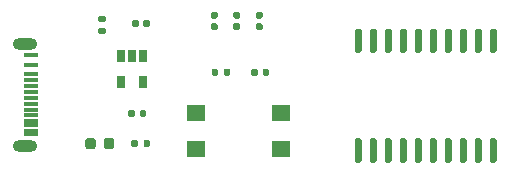
<source format=gtp>
%TF.GenerationSoftware,KiCad,Pcbnew,5.1.9+dfsg1-1*%
%TF.CreationDate,2022-01-10T13:15:26-05:00*%
%TF.ProjectId,samd10d13a,73616d64-3130-4643-9133-612e6b696361,rev?*%
%TF.SameCoordinates,Original*%
%TF.FileFunction,Paste,Top*%
%TF.FilePolarity,Positive*%
%FSLAX46Y46*%
G04 Gerber Fmt 4.6, Leading zero omitted, Abs format (unit mm)*
G04 Created by KiCad (PCBNEW 5.1.9+dfsg1-1) date 2022-01-10 13:15:26*
%MOMM*%
%LPD*%
G01*
G04 APERTURE LIST*
%ADD10R,1.150000X0.300000*%
%ADD11O,2.100000X1.000000*%
%ADD12R,0.650000X1.060000*%
%ADD13R,1.600000X1.400000*%
G04 APERTURE END LIST*
D10*
X80406500Y-61833500D03*
X80406500Y-61033500D03*
D11*
X79831500Y-54163500D03*
X79831500Y-62803500D03*
D10*
X80406500Y-60233500D03*
X80406500Y-59733500D03*
X80406500Y-59233500D03*
X80406500Y-58733500D03*
X80406500Y-58233500D03*
X80406500Y-57733500D03*
X80406500Y-57233500D03*
X80406500Y-56733500D03*
X80406500Y-61533500D03*
X80406500Y-60733500D03*
X80406500Y-55933500D03*
X80406500Y-55133500D03*
D12*
X89850000Y-57361000D03*
X87950000Y-57361000D03*
X87950000Y-55161000D03*
X88900000Y-55161000D03*
X89850000Y-55161000D03*
G36*
G01*
X108227000Y-54922000D02*
X107927000Y-54922000D01*
G75*
G02*
X107777000Y-54772000I0J150000D01*
G01*
X107777000Y-53022000D01*
G75*
G02*
X107927000Y-52872000I150000J0D01*
G01*
X108227000Y-52872000D01*
G75*
G02*
X108377000Y-53022000I0J-150000D01*
G01*
X108377000Y-54772000D01*
G75*
G02*
X108227000Y-54922000I-150000J0D01*
G01*
G37*
G36*
G01*
X109497000Y-54922000D02*
X109197000Y-54922000D01*
G75*
G02*
X109047000Y-54772000I0J150000D01*
G01*
X109047000Y-53022000D01*
G75*
G02*
X109197000Y-52872000I150000J0D01*
G01*
X109497000Y-52872000D01*
G75*
G02*
X109647000Y-53022000I0J-150000D01*
G01*
X109647000Y-54772000D01*
G75*
G02*
X109497000Y-54922000I-150000J0D01*
G01*
G37*
G36*
G01*
X110767000Y-54922000D02*
X110467000Y-54922000D01*
G75*
G02*
X110317000Y-54772000I0J150000D01*
G01*
X110317000Y-53022000D01*
G75*
G02*
X110467000Y-52872000I150000J0D01*
G01*
X110767000Y-52872000D01*
G75*
G02*
X110917000Y-53022000I0J-150000D01*
G01*
X110917000Y-54772000D01*
G75*
G02*
X110767000Y-54922000I-150000J0D01*
G01*
G37*
G36*
G01*
X112037000Y-54922000D02*
X111737000Y-54922000D01*
G75*
G02*
X111587000Y-54772000I0J150000D01*
G01*
X111587000Y-53022000D01*
G75*
G02*
X111737000Y-52872000I150000J0D01*
G01*
X112037000Y-52872000D01*
G75*
G02*
X112187000Y-53022000I0J-150000D01*
G01*
X112187000Y-54772000D01*
G75*
G02*
X112037000Y-54922000I-150000J0D01*
G01*
G37*
G36*
G01*
X113307000Y-54922000D02*
X113007000Y-54922000D01*
G75*
G02*
X112857000Y-54772000I0J150000D01*
G01*
X112857000Y-53022000D01*
G75*
G02*
X113007000Y-52872000I150000J0D01*
G01*
X113307000Y-52872000D01*
G75*
G02*
X113457000Y-53022000I0J-150000D01*
G01*
X113457000Y-54772000D01*
G75*
G02*
X113307000Y-54922000I-150000J0D01*
G01*
G37*
G36*
G01*
X114577000Y-54922000D02*
X114277000Y-54922000D01*
G75*
G02*
X114127000Y-54772000I0J150000D01*
G01*
X114127000Y-53022000D01*
G75*
G02*
X114277000Y-52872000I150000J0D01*
G01*
X114577000Y-52872000D01*
G75*
G02*
X114727000Y-53022000I0J-150000D01*
G01*
X114727000Y-54772000D01*
G75*
G02*
X114577000Y-54922000I-150000J0D01*
G01*
G37*
G36*
G01*
X115847000Y-54922000D02*
X115547000Y-54922000D01*
G75*
G02*
X115397000Y-54772000I0J150000D01*
G01*
X115397000Y-53022000D01*
G75*
G02*
X115547000Y-52872000I150000J0D01*
G01*
X115847000Y-52872000D01*
G75*
G02*
X115997000Y-53022000I0J-150000D01*
G01*
X115997000Y-54772000D01*
G75*
G02*
X115847000Y-54922000I-150000J0D01*
G01*
G37*
G36*
G01*
X117117000Y-54922000D02*
X116817000Y-54922000D01*
G75*
G02*
X116667000Y-54772000I0J150000D01*
G01*
X116667000Y-53022000D01*
G75*
G02*
X116817000Y-52872000I150000J0D01*
G01*
X117117000Y-52872000D01*
G75*
G02*
X117267000Y-53022000I0J-150000D01*
G01*
X117267000Y-54772000D01*
G75*
G02*
X117117000Y-54922000I-150000J0D01*
G01*
G37*
G36*
G01*
X118387000Y-54922000D02*
X118087000Y-54922000D01*
G75*
G02*
X117937000Y-54772000I0J150000D01*
G01*
X117937000Y-53022000D01*
G75*
G02*
X118087000Y-52872000I150000J0D01*
G01*
X118387000Y-52872000D01*
G75*
G02*
X118537000Y-53022000I0J-150000D01*
G01*
X118537000Y-54772000D01*
G75*
G02*
X118387000Y-54922000I-150000J0D01*
G01*
G37*
G36*
G01*
X119657000Y-54922000D02*
X119357000Y-54922000D01*
G75*
G02*
X119207000Y-54772000I0J150000D01*
G01*
X119207000Y-53022000D01*
G75*
G02*
X119357000Y-52872000I150000J0D01*
G01*
X119657000Y-52872000D01*
G75*
G02*
X119807000Y-53022000I0J-150000D01*
G01*
X119807000Y-54772000D01*
G75*
G02*
X119657000Y-54922000I-150000J0D01*
G01*
G37*
G36*
G01*
X119657000Y-64222000D02*
X119357000Y-64222000D01*
G75*
G02*
X119207000Y-64072000I0J150000D01*
G01*
X119207000Y-62322000D01*
G75*
G02*
X119357000Y-62172000I150000J0D01*
G01*
X119657000Y-62172000D01*
G75*
G02*
X119807000Y-62322000I0J-150000D01*
G01*
X119807000Y-64072000D01*
G75*
G02*
X119657000Y-64222000I-150000J0D01*
G01*
G37*
G36*
G01*
X118387000Y-64222000D02*
X118087000Y-64222000D01*
G75*
G02*
X117937000Y-64072000I0J150000D01*
G01*
X117937000Y-62322000D01*
G75*
G02*
X118087000Y-62172000I150000J0D01*
G01*
X118387000Y-62172000D01*
G75*
G02*
X118537000Y-62322000I0J-150000D01*
G01*
X118537000Y-64072000D01*
G75*
G02*
X118387000Y-64222000I-150000J0D01*
G01*
G37*
G36*
G01*
X117117000Y-64222000D02*
X116817000Y-64222000D01*
G75*
G02*
X116667000Y-64072000I0J150000D01*
G01*
X116667000Y-62322000D01*
G75*
G02*
X116817000Y-62172000I150000J0D01*
G01*
X117117000Y-62172000D01*
G75*
G02*
X117267000Y-62322000I0J-150000D01*
G01*
X117267000Y-64072000D01*
G75*
G02*
X117117000Y-64222000I-150000J0D01*
G01*
G37*
G36*
G01*
X115847000Y-64222000D02*
X115547000Y-64222000D01*
G75*
G02*
X115397000Y-64072000I0J150000D01*
G01*
X115397000Y-62322000D01*
G75*
G02*
X115547000Y-62172000I150000J0D01*
G01*
X115847000Y-62172000D01*
G75*
G02*
X115997000Y-62322000I0J-150000D01*
G01*
X115997000Y-64072000D01*
G75*
G02*
X115847000Y-64222000I-150000J0D01*
G01*
G37*
G36*
G01*
X114577000Y-64222000D02*
X114277000Y-64222000D01*
G75*
G02*
X114127000Y-64072000I0J150000D01*
G01*
X114127000Y-62322000D01*
G75*
G02*
X114277000Y-62172000I150000J0D01*
G01*
X114577000Y-62172000D01*
G75*
G02*
X114727000Y-62322000I0J-150000D01*
G01*
X114727000Y-64072000D01*
G75*
G02*
X114577000Y-64222000I-150000J0D01*
G01*
G37*
G36*
G01*
X113307000Y-64222000D02*
X113007000Y-64222000D01*
G75*
G02*
X112857000Y-64072000I0J150000D01*
G01*
X112857000Y-62322000D01*
G75*
G02*
X113007000Y-62172000I150000J0D01*
G01*
X113307000Y-62172000D01*
G75*
G02*
X113457000Y-62322000I0J-150000D01*
G01*
X113457000Y-64072000D01*
G75*
G02*
X113307000Y-64222000I-150000J0D01*
G01*
G37*
G36*
G01*
X112037000Y-64222000D02*
X111737000Y-64222000D01*
G75*
G02*
X111587000Y-64072000I0J150000D01*
G01*
X111587000Y-62322000D01*
G75*
G02*
X111737000Y-62172000I150000J0D01*
G01*
X112037000Y-62172000D01*
G75*
G02*
X112187000Y-62322000I0J-150000D01*
G01*
X112187000Y-64072000D01*
G75*
G02*
X112037000Y-64222000I-150000J0D01*
G01*
G37*
G36*
G01*
X110767000Y-64222000D02*
X110467000Y-64222000D01*
G75*
G02*
X110317000Y-64072000I0J150000D01*
G01*
X110317000Y-62322000D01*
G75*
G02*
X110467000Y-62172000I150000J0D01*
G01*
X110767000Y-62172000D01*
G75*
G02*
X110917000Y-62322000I0J-150000D01*
G01*
X110917000Y-64072000D01*
G75*
G02*
X110767000Y-64222000I-150000J0D01*
G01*
G37*
G36*
G01*
X109497000Y-64222000D02*
X109197000Y-64222000D01*
G75*
G02*
X109047000Y-64072000I0J150000D01*
G01*
X109047000Y-62322000D01*
G75*
G02*
X109197000Y-62172000I150000J0D01*
G01*
X109497000Y-62172000D01*
G75*
G02*
X109647000Y-62322000I0J-150000D01*
G01*
X109647000Y-64072000D01*
G75*
G02*
X109497000Y-64222000I-150000J0D01*
G01*
G37*
G36*
G01*
X108227000Y-64222000D02*
X107927000Y-64222000D01*
G75*
G02*
X107777000Y-64072000I0J150000D01*
G01*
X107777000Y-62322000D01*
G75*
G02*
X107927000Y-62172000I150000J0D01*
G01*
X108227000Y-62172000D01*
G75*
G02*
X108377000Y-62322000I0J-150000D01*
G01*
X108377000Y-64072000D01*
G75*
G02*
X108227000Y-64222000I-150000J0D01*
G01*
G37*
D13*
X94357000Y-60045500D03*
X101557000Y-60045500D03*
X94357000Y-63045500D03*
X101557000Y-63045500D03*
G36*
G01*
X96694500Y-56763500D02*
X96694500Y-56393500D01*
G75*
G02*
X96829500Y-56258500I135000J0D01*
G01*
X97099500Y-56258500D01*
G75*
G02*
X97234500Y-56393500I0J-135000D01*
G01*
X97234500Y-56763500D01*
G75*
G02*
X97099500Y-56898500I-135000J0D01*
G01*
X96829500Y-56898500D01*
G75*
G02*
X96694500Y-56763500I0J135000D01*
G01*
G37*
G36*
G01*
X95674500Y-56763500D02*
X95674500Y-56393500D01*
G75*
G02*
X95809500Y-56258500I135000J0D01*
G01*
X96079500Y-56258500D01*
G75*
G02*
X96214500Y-56393500I0J-135000D01*
G01*
X96214500Y-56763500D01*
G75*
G02*
X96079500Y-56898500I-135000J0D01*
G01*
X95809500Y-56898500D01*
G75*
G02*
X95674500Y-56763500I0J135000D01*
G01*
G37*
G36*
G01*
X86545000Y-52336000D02*
X86175000Y-52336000D01*
G75*
G02*
X86040000Y-52201000I0J135000D01*
G01*
X86040000Y-51931000D01*
G75*
G02*
X86175000Y-51796000I135000J0D01*
G01*
X86545000Y-51796000D01*
G75*
G02*
X86680000Y-51931000I0J-135000D01*
G01*
X86680000Y-52201000D01*
G75*
G02*
X86545000Y-52336000I-135000J0D01*
G01*
G37*
G36*
G01*
X86545000Y-53356000D02*
X86175000Y-53356000D01*
G75*
G02*
X86040000Y-53221000I0J135000D01*
G01*
X86040000Y-52951000D01*
G75*
G02*
X86175000Y-52816000I135000J0D01*
G01*
X86545000Y-52816000D01*
G75*
G02*
X86680000Y-52951000I0J-135000D01*
G01*
X86680000Y-53221000D01*
G75*
G02*
X86545000Y-53356000I-135000J0D01*
G01*
G37*
G36*
G01*
X89420000Y-62426000D02*
X89420000Y-62796000D01*
G75*
G02*
X89285000Y-62931000I-135000J0D01*
G01*
X89015000Y-62931000D01*
G75*
G02*
X88880000Y-62796000I0J135000D01*
G01*
X88880000Y-62426000D01*
G75*
G02*
X89015000Y-62291000I135000J0D01*
G01*
X89285000Y-62291000D01*
G75*
G02*
X89420000Y-62426000I0J-135000D01*
G01*
G37*
G36*
G01*
X90440000Y-62426000D02*
X90440000Y-62796000D01*
G75*
G02*
X90305000Y-62931000I-135000J0D01*
G01*
X90035000Y-62931000D01*
G75*
G02*
X89900000Y-62796000I0J135000D01*
G01*
X89900000Y-62426000D01*
G75*
G02*
X90035000Y-62291000I135000J0D01*
G01*
X90305000Y-62291000D01*
G75*
G02*
X90440000Y-62426000I0J-135000D01*
G01*
G37*
G36*
G01*
X86557500Y-62867250D02*
X86557500Y-62354750D01*
G75*
G02*
X86776250Y-62136000I218750J0D01*
G01*
X87213750Y-62136000D01*
G75*
G02*
X87432500Y-62354750I0J-218750D01*
G01*
X87432500Y-62867250D01*
G75*
G02*
X87213750Y-63086000I-218750J0D01*
G01*
X86776250Y-63086000D01*
G75*
G02*
X86557500Y-62867250I0J218750D01*
G01*
G37*
G36*
G01*
X84982500Y-62867250D02*
X84982500Y-62354750D01*
G75*
G02*
X85201250Y-62136000I218750J0D01*
G01*
X85638750Y-62136000D01*
G75*
G02*
X85857500Y-62354750I0J-218750D01*
G01*
X85857500Y-62867250D01*
G75*
G02*
X85638750Y-63086000I-218750J0D01*
G01*
X85201250Y-63086000D01*
G75*
G02*
X84982500Y-62867250I0J218750D01*
G01*
G37*
G36*
G01*
X99865000Y-52025000D02*
X99525000Y-52025000D01*
G75*
G02*
X99385000Y-51885000I0J140000D01*
G01*
X99385000Y-51605000D01*
G75*
G02*
X99525000Y-51465000I140000J0D01*
G01*
X99865000Y-51465000D01*
G75*
G02*
X100005000Y-51605000I0J-140000D01*
G01*
X100005000Y-51885000D01*
G75*
G02*
X99865000Y-52025000I-140000J0D01*
G01*
G37*
G36*
G01*
X99865000Y-52985000D02*
X99525000Y-52985000D01*
G75*
G02*
X99385000Y-52845000I0J140000D01*
G01*
X99385000Y-52565000D01*
G75*
G02*
X99525000Y-52425000I140000J0D01*
G01*
X99865000Y-52425000D01*
G75*
G02*
X100005000Y-52565000I0J-140000D01*
G01*
X100005000Y-52845000D01*
G75*
G02*
X99865000Y-52985000I-140000J0D01*
G01*
G37*
G36*
G01*
X97960000Y-52025000D02*
X97620000Y-52025000D01*
G75*
G02*
X97480000Y-51885000I0J140000D01*
G01*
X97480000Y-51605000D01*
G75*
G02*
X97620000Y-51465000I140000J0D01*
G01*
X97960000Y-51465000D01*
G75*
G02*
X98100000Y-51605000I0J-140000D01*
G01*
X98100000Y-51885000D01*
G75*
G02*
X97960000Y-52025000I-140000J0D01*
G01*
G37*
G36*
G01*
X97960000Y-52985000D02*
X97620000Y-52985000D01*
G75*
G02*
X97480000Y-52845000I0J140000D01*
G01*
X97480000Y-52565000D01*
G75*
G02*
X97620000Y-52425000I140000J0D01*
G01*
X97960000Y-52425000D01*
G75*
G02*
X98100000Y-52565000I0J-140000D01*
G01*
X98100000Y-52845000D01*
G75*
G02*
X97960000Y-52985000I-140000J0D01*
G01*
G37*
G36*
G01*
X96055000Y-52025000D02*
X95715000Y-52025000D01*
G75*
G02*
X95575000Y-51885000I0J140000D01*
G01*
X95575000Y-51605000D01*
G75*
G02*
X95715000Y-51465000I140000J0D01*
G01*
X96055000Y-51465000D01*
G75*
G02*
X96195000Y-51605000I0J-140000D01*
G01*
X96195000Y-51885000D01*
G75*
G02*
X96055000Y-52025000I-140000J0D01*
G01*
G37*
G36*
G01*
X96055000Y-52985000D02*
X95715000Y-52985000D01*
G75*
G02*
X95575000Y-52845000I0J140000D01*
G01*
X95575000Y-52565000D01*
G75*
G02*
X95715000Y-52425000I140000J0D01*
G01*
X96055000Y-52425000D01*
G75*
G02*
X96195000Y-52565000I0J-140000D01*
G01*
X96195000Y-52845000D01*
G75*
G02*
X96055000Y-52985000I-140000J0D01*
G01*
G37*
G36*
G01*
X99986500Y-56748500D02*
X99986500Y-56408500D01*
G75*
G02*
X100126500Y-56268500I140000J0D01*
G01*
X100406500Y-56268500D01*
G75*
G02*
X100546500Y-56408500I0J-140000D01*
G01*
X100546500Y-56748500D01*
G75*
G02*
X100406500Y-56888500I-140000J0D01*
G01*
X100126500Y-56888500D01*
G75*
G02*
X99986500Y-56748500I0J140000D01*
G01*
G37*
G36*
G01*
X99026500Y-56748500D02*
X99026500Y-56408500D01*
G75*
G02*
X99166500Y-56268500I140000J0D01*
G01*
X99446500Y-56268500D01*
G75*
G02*
X99586500Y-56408500I0J-140000D01*
G01*
X99586500Y-56748500D01*
G75*
G02*
X99446500Y-56888500I-140000J0D01*
G01*
X99166500Y-56888500D01*
G75*
G02*
X99026500Y-56748500I0J140000D01*
G01*
G37*
G36*
G01*
X89180000Y-59901000D02*
X89180000Y-60241000D01*
G75*
G02*
X89040000Y-60381000I-140000J0D01*
G01*
X88760000Y-60381000D01*
G75*
G02*
X88620000Y-60241000I0J140000D01*
G01*
X88620000Y-59901000D01*
G75*
G02*
X88760000Y-59761000I140000J0D01*
G01*
X89040000Y-59761000D01*
G75*
G02*
X89180000Y-59901000I0J-140000D01*
G01*
G37*
G36*
G01*
X90140000Y-59901000D02*
X90140000Y-60241000D01*
G75*
G02*
X90000000Y-60381000I-140000J0D01*
G01*
X89720000Y-60381000D01*
G75*
G02*
X89580000Y-60241000I0J140000D01*
G01*
X89580000Y-59901000D01*
G75*
G02*
X89720000Y-59761000I140000J0D01*
G01*
X90000000Y-59761000D01*
G75*
G02*
X90140000Y-59901000I0J-140000D01*
G01*
G37*
G36*
G01*
X89490000Y-52281000D02*
X89490000Y-52621000D01*
G75*
G02*
X89350000Y-52761000I-140000J0D01*
G01*
X89070000Y-52761000D01*
G75*
G02*
X88930000Y-52621000I0J140000D01*
G01*
X88930000Y-52281000D01*
G75*
G02*
X89070000Y-52141000I140000J0D01*
G01*
X89350000Y-52141000D01*
G75*
G02*
X89490000Y-52281000I0J-140000D01*
G01*
G37*
G36*
G01*
X90450000Y-52281000D02*
X90450000Y-52621000D01*
G75*
G02*
X90310000Y-52761000I-140000J0D01*
G01*
X90030000Y-52761000D01*
G75*
G02*
X89890000Y-52621000I0J140000D01*
G01*
X89890000Y-52281000D01*
G75*
G02*
X90030000Y-52141000I140000J0D01*
G01*
X90310000Y-52141000D01*
G75*
G02*
X90450000Y-52281000I0J-140000D01*
G01*
G37*
M02*

</source>
